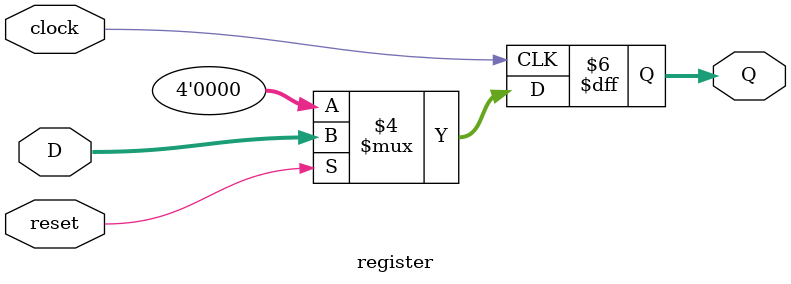
<source format=v>
module register(Q,D,clock,reset);

input reset,clock;
input [3:0] D;
output [3:0] Q;

reg [3:0] Q;

always @(negedge clock)
  begin
    if(!reset)
      Q <= 4'b0;
    else
      Q <= D;
  end

endmodule

</source>
